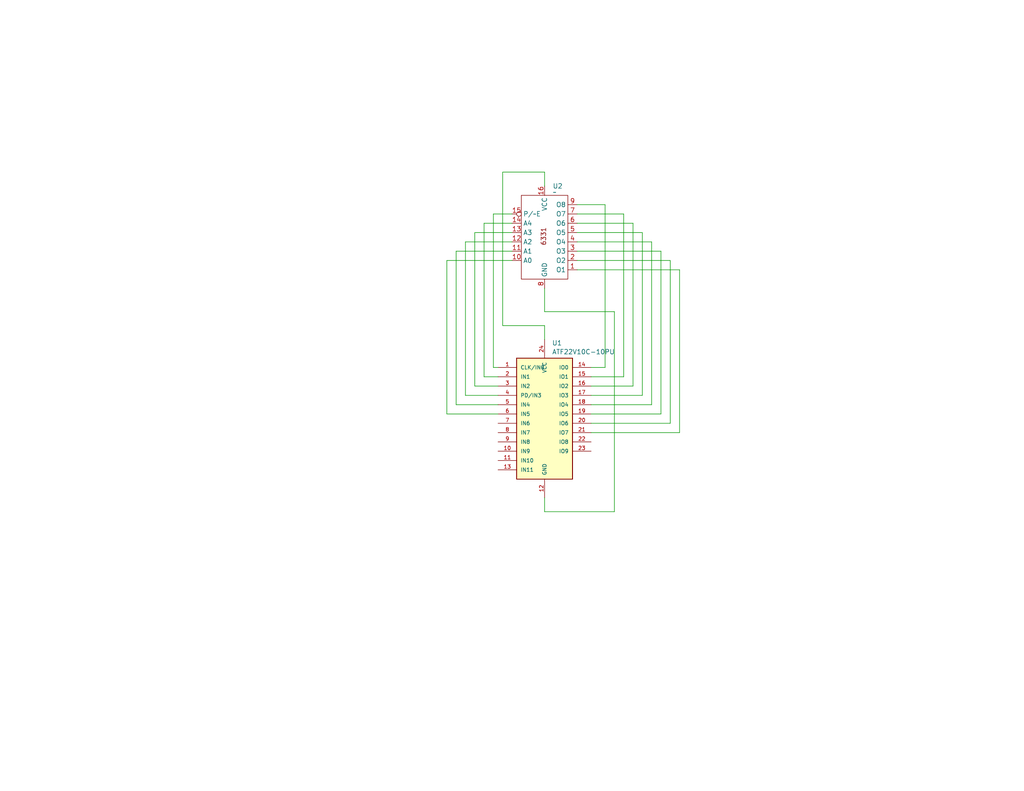
<source format=kicad_sch>
(kicad_sch (version 20231120) (generator "eeschema") (generator_version "8.0")
  (paper "A")
  (title_block (title "22V10 to 6331 biPROM") (date "2024-08-03") (rev "1.0"))
  (lib_symbols
    (symbol "ATF22V10C-10PU:ATF22V10C-10PU" (pin_names (offset 1.016))
      (property "Reference" "U" (at 2.286 17.018 0))
      (property "Value" "ATF22V10C-10PU" (at 1.27 -0.508 90))
      (symbol "ATF22V10C-10PU_0_0"
        (rectangle (start -7.62 15.24) (end 7.62 -17.78) (stroke (width 0.254)) (fill (type background)))
        (pin input line (at -12.7 12.7 0) (length 5.08) (name "CLK/IN0") (number "1"))
        (pin input line (at -12.7 -10.16 0) (length 5.08) (name "IN9") (number "10"))
        (pin input line (at -12.7 -12.7 0) (length 5.08) (name "IN10") (number "11"))
        (pin power_in line (at 0 -22.86 90) (length 5.08) (name "GND") (number "12"))
        (pin input line (at -12.7 -15.24 0) (length 5.08) (name "IN11") (number "13"))
        (pin bidirectional line (at 12.7 12.7 180) (length 5.08) (name "IO0") (number "14"))
        (pin bidirectional line (at 12.7 10.16 180) (length 5.08) (name "IO1") (number "15"))
        (pin bidirectional line (at 12.7 7.62 180) (length 5.08) (name "IO2") (number "16"))
        (pin bidirectional line (at 12.7 5.08 180) (length 5.08) (name "IO3") (number "17"))
        (pin bidirectional line (at 12.7 2.54 180) (length 5.08) (name "IO4") (number "18"))
        (pin bidirectional line (at 12.7 0 180) (length 5.08) (name "IO5") (number "19"))
        (pin input line (at -12.7 10.16 0) (length 5.08) (name "IN1") (number "2"))
        (pin bidirectional line (at 12.7 -2.54 180) (length 5.08) (name "IO6") (number "20"))
        (pin bidirectional line (at 12.7 -5.08 180) (length 5.08) (name "IO7") (number "21"))
        (pin bidirectional line (at 12.7 -7.62 180) (length 5.08) (name "IO8") (number "22"))
        (pin bidirectional line (at 12.7 -10.16 180) (length 5.08) (name "IO9") (number "23"))
        (pin power_in line (at 0 20.32 270) (length 5.08) (name "VCC") (number "24"))
        (pin input line (at -12.7 7.62 0) (length 5.08) (name "IN2") (number "3"))
        (pin input line (at -12.7 5.08 0) (length 5.08) (name "PD/IN3") (number "4"))
        (pin input line (at -12.7 2.54 0) (length 5.08) (name "IN4") (number "5"))
        (pin input line (at -12.7 0 0) (length 5.08) (name "IN5") (number "6"))
        (pin input line (at -12.7 -2.54 0) (length 5.08) (name "IN6") (number "7"))
        (pin input line (at -12.7 -5.08 0) (length 5.08) (name "IN7") (number "8"))
        (pin input line (at -12.7 -7.62 0) (length 5.08) (name "IN8") (number "9"))
      )
    )
    (symbol "biPROM:6331"
      (property "Reference" "U" (at 5.842 6.604 0))
      (symbol "6331_0_1"
        (rectangle (start -2.54 5.08) (end 10.16 -17.78))
      )
      (symbol "6331_1_1"
        (text "6331" (at 3.556 -6.096 900) (effects (font (size 1.27 1.27))))
        (pin output line (at 12.7 -15.24 180) (length 2.54) (name "O1") (number "1"))
        (pin input line (at -5.08 -12.7 0) (length 2.54) (name "A0") (number "10"))
        (pin input line (at -5.08 -10.16 0) (length 2.54) (name "A1") (number "11"))
        (pin input line (at -5.08 -7.62 0) (length 2.54) (name "A2") (number "12"))
        (pin input line (at -5.08 -5.08 0) (length 2.54) (name "A3") (number "13"))
        (pin input line (at -5.08 -2.54 0) (length 2.54) (name "A4") (number "14"))
        (pin input inverted (at -5.08 0 0) (length 2.54) (name "P/~E") (number "15"))
        (pin power_in line (at 3.81 7.62 270) (length 2.54) (name "VCC") (number "16"))
        (pin output line (at 12.7 -12.7 180) (length 2.54) (name "O2") (number "2"))
        (pin output line (at 12.7 -10.16 180) (length 2.54) (name "O3") (number "3"))
        (pin output line (at 12.7 -7.62 180) (length 2.54) (name "O4") (number "4"))
        (pin output line (at 12.7 -5.08 180) (length 2.54) (name "O5") (number "5"))
        (pin output line (at 12.7 -2.54 180) (length 2.54) (name "O6") (number "6"))
        (pin output line (at 12.7 0 180) (length 2.54) (name "O7") (number "7"))
        (pin power_in line (at 3.81 -20.32 90) (length 2.54) (name "GND") (number "8"))
        (pin output line (at 12.7 2.54 180) (length 2.54) (name "O8") (number "9"))
      )
    )
  )
  (wire (pts (xy 170.18 102.87) (xy 161.29 102.87)))
  (wire (pts (xy 180.34 68.58) (xy 180.34 113.03)))
  (wire (pts (xy 148.59 78.74) (xy 148.59 85.09)))
  (wire (pts (xy 175.26 63.5) (xy 175.26 107.95)))
  (wire (pts (xy 161.29 118.11) (xy 185.42 118.11)))
  (wire (pts (xy 121.92 71.12) (xy 121.92 113.03)))
  (wire (pts (xy 167.64 139.7) (xy 148.59 139.7)))
  (wire (pts (xy 175.26 63.5) (xy 157.48 63.5)))
  (wire (pts (xy 134.62 58.42) (xy 134.62 100.33)))
  (wire (pts (xy 134.62 100.33) (xy 135.89 100.33)))
  (wire (pts (xy 161.29 115.57) (xy 182.88 115.57)))
  (wire (pts (xy 170.18 58.42) (xy 157.48 58.42)))
  (wire (pts (xy 148.59 85.09) (xy 167.64 85.09)))
  (wire (pts (xy 157.48 55.88) (xy 165.1 55.88)))
  (wire (pts (xy 139.7 63.5) (xy 129.54 63.5)))
  (wire (pts (xy 139.7 60.96) (xy 132.08 60.96)))
  (wire (pts (xy 139.7 71.12) (xy 121.92 71.12)))
  (wire (pts (xy 157.48 71.12) (xy 182.88 71.12)))
  (wire (pts (xy 139.7 66.04) (xy 127 66.04)))
  (wire (pts (xy 157.48 73.66) (xy 185.42 73.66)))
  (wire (pts (xy 170.18 58.42) (xy 170.18 102.87)))
  (wire (pts (xy 148.59 88.9) (xy 148.59 92.71)))
  (wire (pts (xy 167.64 85.09) (xy 167.64 139.7)))
  (wire (pts (xy 129.54 105.41) (xy 135.89 105.41)))
  (wire (pts (xy 157.48 60.96) (xy 172.72 60.96)))
  (wire (pts (xy 172.72 105.41) (xy 161.29 105.41)))
  (wire (pts (xy 127 66.04) (xy 127 107.95)))
  (wire (pts (xy 177.8 66.04) (xy 177.8 110.49)))
  (wire (pts (xy 124.46 110.49) (xy 135.89 110.49)))
  (wire (pts (xy 175.26 107.95) (xy 161.29 107.95)))
  (wire (pts (xy 132.08 60.96) (xy 132.08 102.87)))
  (wire (pts (xy 127 107.95) (xy 135.89 107.95)))
  (wire (pts (xy 139.7 68.58) (xy 124.46 68.58)))
  (wire (pts (xy 157.48 66.04) (xy 177.8 66.04)))
  (wire (pts (xy 148.59 50.8) (xy 148.59 46.99)))
  (wire (pts (xy 148.59 139.7) (xy 148.59 135.89)))
  (wire (pts (xy 137.16 88.9) (xy 148.59 88.9)))
  (wire (pts (xy 129.54 63.5) (xy 129.54 105.41)))
  (wire (pts (xy 165.1 55.88) (xy 165.1 100.33)))
  (wire (pts (xy 182.88 71.12) (xy 182.88 115.57)))
  (wire (pts (xy 139.7 58.42) (xy 134.62 58.42)))
  (wire (pts (xy 137.16 46.99) (xy 137.16 88.9)))
  (wire (pts (xy 185.42 73.66) (xy 185.42 118.11)))
  (wire (pts (xy 172.72 60.96) (xy 172.72 105.41)))
  (wire (pts (xy 157.48 68.58) (xy 180.34 68.58)))
  (wire (pts (xy 124.46 68.58) (xy 124.46 110.49)))
  (wire (pts (xy 161.29 113.03) (xy 180.34 113.03)))
  (wire (pts (xy 121.92 113.03) (xy 135.89 113.03)))
  (wire (pts (xy 132.08 102.87) (xy 135.89 102.87)))
  (wire (pts (xy 165.1 100.33) (xy 161.29 100.33)))
  (wire (pts (xy 148.59 46.99) (xy 137.16 46.99)))
  (wire (pts (xy 161.29 110.49) (xy 177.8 110.49)))
  (symbol (lib_id "biPROM:6331") (at 144.78 58.42 0) (unit 1)
    (property "Reference" "U2" (at 150.7841 50.8085 0) (effects (justify left)))
    (property "Value" "~" (at 150.7841 52.4899 0) (effects (justify left)))
    (property "Footprint" "Package_DIP:DIP-16_W7.62mm" (effects (hide yes)))
  )
  (symbol (lib_id "ATF22V10C-10PU:ATF22V10C-10PU") (at 148.59 113.03 0) (unit 1)
    (property "Reference" "U1" (at 150.6094 93.6455 0) (effects (justify left)))
    (property "Value" "ATF22V10C-10PU" (at 150.6094 96.0698 0) (effects (justify left)))
    (property "Footprint" "Package_DIP:DIP-24_W7.62mm" (effects (hide yes)))
  )
)
</source>
